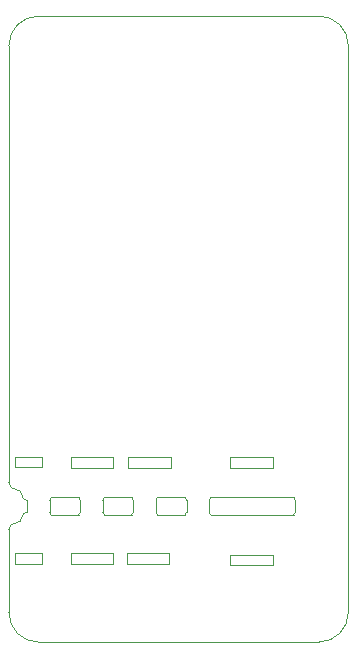
<source format=gbr>
G04 #@! TF.GenerationSoftware,KiCad,Pcbnew,5.1.5+dfsg1-2build2*
G04 #@! TF.CreationDate,2022-01-20T09:43:14-08:00*
G04 #@! TF.ProjectId,pcb_v1,7063625f-7631-42e6-9b69-6361645f7063,rev?*
G04 #@! TF.SameCoordinates,Original*
G04 #@! TF.FileFunction,Profile,NP*
%FSLAX46Y46*%
G04 Gerber Fmt 4.6, Leading zero omitted, Abs format (unit mm)*
G04 Created by KiCad (PCBNEW 5.1.5+dfsg1-2build2) date 2022-01-20 09:43:14*
%MOMM*%
%LPD*%
G04 APERTURE LIST*
%ADD10C,0.050000*%
G04 APERTURE END LIST*
D10*
X161800000Y-117300000D02*
X159500000Y-117300000D01*
X161800000Y-118200000D02*
X161800000Y-117300000D01*
X159500000Y-118200000D02*
X159500000Y-117300000D01*
X159500000Y-118200000D02*
X161800000Y-118200000D01*
X161800000Y-125500000D02*
X159500000Y-125500000D01*
X159500000Y-126400000D02*
X161800000Y-126400000D01*
X161800000Y-126400000D02*
X161800000Y-125500000D01*
X159500000Y-126400000D02*
X159500000Y-125500000D01*
X159650000Y-120101920D02*
G75*
G02X159000000Y-119500000I0J651920D01*
G01*
X159001915Y-123500147D02*
G75*
G02X159650000Y-122900000I648085J-49853D01*
G01*
X159650000Y-120100000D02*
G75*
G02X160100000Y-120550000I0J-450000D01*
G01*
X187750000Y-123800000D02*
X187750000Y-119200000D01*
X183108453Y-120750001D02*
X176091546Y-120750000D01*
X176091547Y-122249999D02*
X183108454Y-122250000D01*
X171591547Y-122249999D02*
X173908454Y-122250000D01*
X171591546Y-120750000D02*
X173908453Y-120750001D01*
X167091547Y-120750001D02*
X169398453Y-120750001D01*
X167091548Y-122250000D02*
X169398453Y-122249999D01*
X167091548Y-122250000D02*
G75*
G03X166950001Y-122000001I-291546J0D01*
G01*
X166950001Y-122000001D02*
X166950001Y-121000001D01*
X167091547Y-120750001D02*
G75*
G02X166950000Y-121000000I-291546J0D01*
G01*
X183108454Y-122250000D02*
G75*
G02X183250001Y-122000001I291546J0D01*
G01*
X183108453Y-120750001D02*
G75*
G03X183250000Y-121000000I291546J0D01*
G01*
X183250000Y-121000000D02*
X183250000Y-122000000D01*
X176091546Y-120750000D02*
G75*
G02X175949999Y-120999999I-291546J0D01*
G01*
X176091547Y-122249999D02*
G75*
G03X175950000Y-122000000I-291546J0D01*
G01*
X175950000Y-122000000D02*
X175950000Y-121000000D01*
X173908454Y-122250000D02*
G75*
G02X174050001Y-122000001I291546J0D01*
G01*
X173908453Y-120750001D02*
G75*
G03X174050000Y-121000000I291546J0D01*
G01*
X174050000Y-121000000D02*
X174050000Y-122000000D01*
X171450000Y-122000000D02*
X171450000Y-121000000D01*
X171591546Y-120750000D02*
G75*
G02X171449999Y-120999999I-291546J0D01*
G01*
X171591547Y-122249999D02*
G75*
G03X171450000Y-122000000I-291546J0D01*
G01*
X169540000Y-121000000D02*
X169540000Y-122000000D01*
X169398453Y-122249999D02*
G75*
G02X169540000Y-122000000I291546J0D01*
G01*
X169398453Y-120750001D02*
G75*
G03X169540000Y-121000000I291546J0D01*
G01*
X162591547Y-122249999D02*
X164908454Y-122250000D01*
X162591546Y-120750000D02*
X164908453Y-120750001D01*
X165050000Y-121000000D02*
X165050000Y-122000000D01*
X164908453Y-120750001D02*
G75*
G03X165050000Y-121000000I291546J0D01*
G01*
X164908454Y-122250000D02*
G75*
G02X165050001Y-122000001I291546J0D01*
G01*
X162591547Y-122249999D02*
G75*
G03X162450000Y-122000000I-291546J0D01*
G01*
X162591546Y-120750000D02*
G75*
G02X162449999Y-120999999I-291546J0D01*
G01*
X162450000Y-122000000D02*
X162450000Y-121000000D01*
X160550000Y-121000000D02*
G75*
G02X160100000Y-120550000I0J450000D01*
G01*
X160550000Y-121000000D02*
X160550000Y-122000000D01*
X160100000Y-122450000D02*
G75*
G02X159650000Y-122900000I-450000J0D01*
G01*
X160100000Y-122450000D02*
G75*
G02X160550000Y-122000000I450000J0D01*
G01*
X187750000Y-119200000D02*
X187750000Y-82500000D01*
X187750000Y-130500000D02*
X187750000Y-123800000D01*
X159000000Y-119500000D02*
X159000000Y-113000000D01*
X159000000Y-130500000D02*
X159000000Y-123500000D01*
X181350000Y-117350000D02*
X177750000Y-117350000D01*
X181350000Y-118250000D02*
X177750000Y-118250000D01*
X181350000Y-117350000D02*
X181350000Y-118250000D01*
X177750000Y-117350000D02*
X177750000Y-118250000D01*
X181350000Y-125600000D02*
X177750000Y-125600000D01*
X181350000Y-126500000D02*
X177750000Y-126500000D01*
X181350000Y-125600000D02*
X181350000Y-126500000D01*
X177750000Y-125600000D02*
X177750000Y-126500000D01*
X172600000Y-125500000D02*
X169000000Y-125500000D01*
X172600000Y-126400000D02*
X169000000Y-126400000D01*
X172600000Y-125500000D02*
X172600000Y-126400000D01*
X169000000Y-125500000D02*
X169000000Y-126400000D01*
X172700000Y-117350000D02*
X169100000Y-117350000D01*
X172700000Y-118250000D02*
X169100000Y-118250000D01*
X172700000Y-117350000D02*
X172700000Y-118250000D01*
X169100000Y-117350000D02*
X169100000Y-118250000D01*
X167850000Y-117350000D02*
X164250000Y-117350000D01*
X167850000Y-118250000D02*
X164250000Y-118250000D01*
X167850000Y-117350000D02*
X167850000Y-118250000D01*
X164250000Y-117350000D02*
X164250000Y-118250000D01*
X164250000Y-125500000D02*
X164250000Y-126400000D01*
X167850000Y-125500000D02*
X164250000Y-125500000D01*
X167850000Y-125500000D02*
X167850000Y-126400000D01*
X167850000Y-126400000D02*
X164250000Y-126400000D01*
X161500000Y-133000000D02*
G75*
G02X159000000Y-130500000I0J2500000D01*
G01*
X187750000Y-130500000D02*
G75*
G02X185250000Y-133000000I-2500000J0D01*
G01*
X185250000Y-80000000D02*
G75*
G02X187750000Y-82500000I0J-2500000D01*
G01*
X159000000Y-82500000D02*
G75*
G02X161500000Y-80000000I2500000J0D01*
G01*
X185250000Y-80000000D02*
X161500000Y-80000000D01*
X161500000Y-133000000D02*
X185250000Y-133000000D01*
X159000000Y-82500000D02*
X159000000Y-113000000D01*
M02*

</source>
